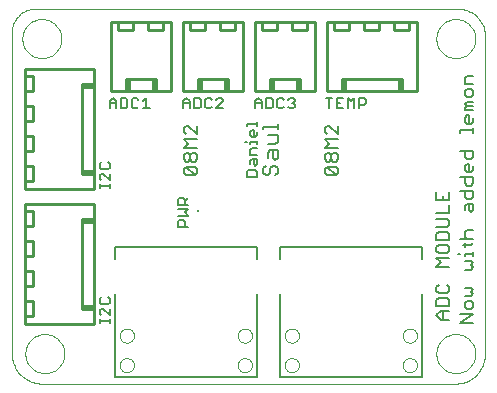
<source format=gto>
G75*
G70*
%OFA0B0*%
%FSLAX24Y24*%
%IPPOS*%
%LPD*%
%AMOC8*
5,1,8,0,0,1.08239X$1,22.5*
%
%ADD10C,0.0000*%
%ADD11C,0.0070*%
%ADD12C,0.0060*%
%ADD13C,0.0080*%
%ADD14C,0.0050*%
%ADD15C,0.0100*%
%ADD16R,0.0098X0.0098*%
D10*
X001511Y001099D02*
X015304Y001099D01*
X015365Y001101D01*
X015426Y001107D01*
X015487Y001116D01*
X015547Y001130D01*
X015606Y001147D01*
X015663Y001168D01*
X015720Y001192D01*
X015774Y001220D01*
X015827Y001251D01*
X015878Y001285D01*
X015926Y001323D01*
X015972Y001364D01*
X016015Y001407D01*
X016056Y001453D01*
X016094Y001501D01*
X016128Y001552D01*
X016159Y001605D01*
X016187Y001659D01*
X016211Y001716D01*
X016232Y001773D01*
X016249Y001832D01*
X016263Y001892D01*
X016272Y001953D01*
X016278Y002014D01*
X016280Y002075D01*
X016281Y002075D02*
X016281Y012695D01*
X016279Y012754D01*
X016273Y012812D01*
X016264Y012871D01*
X016250Y012928D01*
X016233Y012984D01*
X016212Y013039D01*
X016188Y013093D01*
X016160Y013145D01*
X016129Y013195D01*
X016095Y013243D01*
X016058Y013288D01*
X016017Y013331D01*
X015974Y013372D01*
X015929Y013409D01*
X015881Y013443D01*
X015831Y013474D01*
X015779Y013502D01*
X015725Y013526D01*
X015670Y013547D01*
X015614Y013564D01*
X015557Y013578D01*
X015498Y013587D01*
X015440Y013593D01*
X015381Y013595D01*
X001289Y013595D01*
X001289Y013596D02*
X001233Y013594D01*
X001178Y013588D01*
X001123Y013578D01*
X001070Y013564D01*
X001017Y013547D01*
X000965Y013526D01*
X000916Y013501D01*
X000868Y013472D01*
X000822Y013441D01*
X000779Y013406D01*
X000738Y013368D01*
X000700Y013327D01*
X000665Y013284D01*
X000634Y013238D01*
X000605Y013190D01*
X000580Y013141D01*
X000559Y013089D01*
X000542Y013036D01*
X000528Y012983D01*
X000518Y012928D01*
X000512Y012873D01*
X000510Y012817D01*
X000511Y012817D02*
X000511Y002099D01*
X000513Y002039D01*
X000518Y001978D01*
X000527Y001919D01*
X000540Y001860D01*
X000556Y001801D01*
X000576Y001744D01*
X000599Y001689D01*
X000626Y001634D01*
X000655Y001582D01*
X000688Y001531D01*
X000724Y001482D01*
X000762Y001436D01*
X000804Y001392D01*
X000848Y001350D01*
X000894Y001312D01*
X000943Y001276D01*
X000994Y001243D01*
X001046Y001214D01*
X001101Y001187D01*
X001156Y001164D01*
X001213Y001144D01*
X001272Y001128D01*
X001331Y001115D01*
X001390Y001106D01*
X001451Y001101D01*
X001511Y001099D01*
X000961Y002099D02*
X000963Y002149D01*
X000969Y002199D01*
X000979Y002249D01*
X000992Y002297D01*
X001009Y002345D01*
X001030Y002391D01*
X001054Y002435D01*
X001082Y002477D01*
X001113Y002517D01*
X001147Y002554D01*
X001184Y002589D01*
X001223Y002620D01*
X001264Y002649D01*
X001308Y002674D01*
X001354Y002696D01*
X001401Y002714D01*
X001449Y002728D01*
X001498Y002739D01*
X001548Y002746D01*
X001598Y002749D01*
X001649Y002748D01*
X001699Y002743D01*
X001749Y002734D01*
X001797Y002722D01*
X001845Y002705D01*
X001891Y002685D01*
X001936Y002662D01*
X001979Y002635D01*
X002019Y002605D01*
X002057Y002572D01*
X002092Y002536D01*
X002125Y002497D01*
X002154Y002456D01*
X002180Y002413D01*
X002203Y002368D01*
X002222Y002321D01*
X002237Y002273D01*
X002249Y002224D01*
X002257Y002174D01*
X002261Y002124D01*
X002261Y002074D01*
X002257Y002024D01*
X002249Y001974D01*
X002237Y001925D01*
X002222Y001877D01*
X002203Y001830D01*
X002180Y001785D01*
X002154Y001742D01*
X002125Y001701D01*
X002092Y001662D01*
X002057Y001626D01*
X002019Y001593D01*
X001979Y001563D01*
X001936Y001536D01*
X001891Y001513D01*
X001845Y001493D01*
X001797Y001476D01*
X001749Y001464D01*
X001699Y001455D01*
X001649Y001450D01*
X001598Y001449D01*
X001548Y001452D01*
X001498Y001459D01*
X001449Y001470D01*
X001401Y001484D01*
X001354Y001502D01*
X001308Y001524D01*
X001264Y001549D01*
X001223Y001578D01*
X001184Y001609D01*
X001147Y001644D01*
X001113Y001681D01*
X001082Y001721D01*
X001054Y001763D01*
X001030Y001807D01*
X001009Y001853D01*
X000992Y001901D01*
X000979Y001949D01*
X000969Y001999D01*
X000963Y002049D01*
X000961Y002099D01*
X004106Y001715D02*
X004108Y001745D01*
X004114Y001775D01*
X004123Y001804D01*
X004136Y001831D01*
X004153Y001856D01*
X004172Y001879D01*
X004195Y001900D01*
X004220Y001917D01*
X004246Y001931D01*
X004275Y001941D01*
X004304Y001948D01*
X004334Y001951D01*
X004365Y001950D01*
X004395Y001945D01*
X004424Y001936D01*
X004451Y001924D01*
X004477Y001909D01*
X004501Y001890D01*
X004522Y001868D01*
X004540Y001844D01*
X004555Y001817D01*
X004566Y001789D01*
X004574Y001760D01*
X004578Y001730D01*
X004578Y001700D01*
X004574Y001670D01*
X004566Y001641D01*
X004555Y001613D01*
X004540Y001586D01*
X004522Y001562D01*
X004501Y001540D01*
X004477Y001521D01*
X004451Y001506D01*
X004424Y001494D01*
X004395Y001485D01*
X004365Y001480D01*
X004334Y001479D01*
X004304Y001482D01*
X004275Y001489D01*
X004246Y001499D01*
X004220Y001513D01*
X004195Y001530D01*
X004172Y001551D01*
X004153Y001574D01*
X004136Y001599D01*
X004123Y001626D01*
X004114Y001655D01*
X004108Y001685D01*
X004106Y001715D01*
X004106Y002699D02*
X004108Y002729D01*
X004114Y002759D01*
X004123Y002788D01*
X004136Y002815D01*
X004153Y002840D01*
X004172Y002863D01*
X004195Y002884D01*
X004220Y002901D01*
X004246Y002915D01*
X004275Y002925D01*
X004304Y002932D01*
X004334Y002935D01*
X004365Y002934D01*
X004395Y002929D01*
X004424Y002920D01*
X004451Y002908D01*
X004477Y002893D01*
X004501Y002874D01*
X004522Y002852D01*
X004540Y002828D01*
X004555Y002801D01*
X004566Y002773D01*
X004574Y002744D01*
X004578Y002714D01*
X004578Y002684D01*
X004574Y002654D01*
X004566Y002625D01*
X004555Y002597D01*
X004540Y002570D01*
X004522Y002546D01*
X004501Y002524D01*
X004477Y002505D01*
X004451Y002490D01*
X004424Y002478D01*
X004395Y002469D01*
X004365Y002464D01*
X004334Y002463D01*
X004304Y002466D01*
X004275Y002473D01*
X004246Y002483D01*
X004220Y002497D01*
X004195Y002514D01*
X004172Y002535D01*
X004153Y002558D01*
X004136Y002583D01*
X004123Y002610D01*
X004114Y002639D01*
X004108Y002669D01*
X004106Y002699D01*
X008043Y002699D02*
X008045Y002729D01*
X008051Y002759D01*
X008060Y002788D01*
X008073Y002815D01*
X008090Y002840D01*
X008109Y002863D01*
X008132Y002884D01*
X008157Y002901D01*
X008183Y002915D01*
X008212Y002925D01*
X008241Y002932D01*
X008271Y002935D01*
X008302Y002934D01*
X008332Y002929D01*
X008361Y002920D01*
X008388Y002908D01*
X008414Y002893D01*
X008438Y002874D01*
X008459Y002852D01*
X008477Y002828D01*
X008492Y002801D01*
X008503Y002773D01*
X008511Y002744D01*
X008515Y002714D01*
X008515Y002684D01*
X008511Y002654D01*
X008503Y002625D01*
X008492Y002597D01*
X008477Y002570D01*
X008459Y002546D01*
X008438Y002524D01*
X008414Y002505D01*
X008388Y002490D01*
X008361Y002478D01*
X008332Y002469D01*
X008302Y002464D01*
X008271Y002463D01*
X008241Y002466D01*
X008212Y002473D01*
X008183Y002483D01*
X008157Y002497D01*
X008132Y002514D01*
X008109Y002535D01*
X008090Y002558D01*
X008073Y002583D01*
X008060Y002610D01*
X008051Y002639D01*
X008045Y002669D01*
X008043Y002699D01*
X008043Y001715D02*
X008045Y001745D01*
X008051Y001775D01*
X008060Y001804D01*
X008073Y001831D01*
X008090Y001856D01*
X008109Y001879D01*
X008132Y001900D01*
X008157Y001917D01*
X008183Y001931D01*
X008212Y001941D01*
X008241Y001948D01*
X008271Y001951D01*
X008302Y001950D01*
X008332Y001945D01*
X008361Y001936D01*
X008388Y001924D01*
X008414Y001909D01*
X008438Y001890D01*
X008459Y001868D01*
X008477Y001844D01*
X008492Y001817D01*
X008503Y001789D01*
X008511Y001760D01*
X008515Y001730D01*
X008515Y001700D01*
X008511Y001670D01*
X008503Y001641D01*
X008492Y001613D01*
X008477Y001586D01*
X008459Y001562D01*
X008438Y001540D01*
X008414Y001521D01*
X008388Y001506D01*
X008361Y001494D01*
X008332Y001485D01*
X008302Y001480D01*
X008271Y001479D01*
X008241Y001482D01*
X008212Y001489D01*
X008183Y001499D01*
X008157Y001513D01*
X008132Y001530D01*
X008109Y001551D01*
X008090Y001574D01*
X008073Y001599D01*
X008060Y001626D01*
X008051Y001655D01*
X008045Y001685D01*
X008043Y001715D01*
X009606Y001715D02*
X009608Y001745D01*
X009614Y001775D01*
X009623Y001804D01*
X009636Y001831D01*
X009653Y001856D01*
X009672Y001879D01*
X009695Y001900D01*
X009720Y001917D01*
X009746Y001931D01*
X009775Y001941D01*
X009804Y001948D01*
X009834Y001951D01*
X009865Y001950D01*
X009895Y001945D01*
X009924Y001936D01*
X009951Y001924D01*
X009977Y001909D01*
X010001Y001890D01*
X010022Y001868D01*
X010040Y001844D01*
X010055Y001817D01*
X010066Y001789D01*
X010074Y001760D01*
X010078Y001730D01*
X010078Y001700D01*
X010074Y001670D01*
X010066Y001641D01*
X010055Y001613D01*
X010040Y001586D01*
X010022Y001562D01*
X010001Y001540D01*
X009977Y001521D01*
X009951Y001506D01*
X009924Y001494D01*
X009895Y001485D01*
X009865Y001480D01*
X009834Y001479D01*
X009804Y001482D01*
X009775Y001489D01*
X009746Y001499D01*
X009720Y001513D01*
X009695Y001530D01*
X009672Y001551D01*
X009653Y001574D01*
X009636Y001599D01*
X009623Y001626D01*
X009614Y001655D01*
X009608Y001685D01*
X009606Y001715D01*
X009606Y002699D02*
X009608Y002729D01*
X009614Y002759D01*
X009623Y002788D01*
X009636Y002815D01*
X009653Y002840D01*
X009672Y002863D01*
X009695Y002884D01*
X009720Y002901D01*
X009746Y002915D01*
X009775Y002925D01*
X009804Y002932D01*
X009834Y002935D01*
X009865Y002934D01*
X009895Y002929D01*
X009924Y002920D01*
X009951Y002908D01*
X009977Y002893D01*
X010001Y002874D01*
X010022Y002852D01*
X010040Y002828D01*
X010055Y002801D01*
X010066Y002773D01*
X010074Y002744D01*
X010078Y002714D01*
X010078Y002684D01*
X010074Y002654D01*
X010066Y002625D01*
X010055Y002597D01*
X010040Y002570D01*
X010022Y002546D01*
X010001Y002524D01*
X009977Y002505D01*
X009951Y002490D01*
X009924Y002478D01*
X009895Y002469D01*
X009865Y002464D01*
X009834Y002463D01*
X009804Y002466D01*
X009775Y002473D01*
X009746Y002483D01*
X009720Y002497D01*
X009695Y002514D01*
X009672Y002535D01*
X009653Y002558D01*
X009636Y002583D01*
X009623Y002610D01*
X009614Y002639D01*
X009608Y002669D01*
X009606Y002699D01*
X013543Y002699D02*
X013545Y002729D01*
X013551Y002759D01*
X013560Y002788D01*
X013573Y002815D01*
X013590Y002840D01*
X013609Y002863D01*
X013632Y002884D01*
X013657Y002901D01*
X013683Y002915D01*
X013712Y002925D01*
X013741Y002932D01*
X013771Y002935D01*
X013802Y002934D01*
X013832Y002929D01*
X013861Y002920D01*
X013888Y002908D01*
X013914Y002893D01*
X013938Y002874D01*
X013959Y002852D01*
X013977Y002828D01*
X013992Y002801D01*
X014003Y002773D01*
X014011Y002744D01*
X014015Y002714D01*
X014015Y002684D01*
X014011Y002654D01*
X014003Y002625D01*
X013992Y002597D01*
X013977Y002570D01*
X013959Y002546D01*
X013938Y002524D01*
X013914Y002505D01*
X013888Y002490D01*
X013861Y002478D01*
X013832Y002469D01*
X013802Y002464D01*
X013771Y002463D01*
X013741Y002466D01*
X013712Y002473D01*
X013683Y002483D01*
X013657Y002497D01*
X013632Y002514D01*
X013609Y002535D01*
X013590Y002558D01*
X013573Y002583D01*
X013560Y002610D01*
X013551Y002639D01*
X013545Y002669D01*
X013543Y002699D01*
X013543Y001715D02*
X013545Y001745D01*
X013551Y001775D01*
X013560Y001804D01*
X013573Y001831D01*
X013590Y001856D01*
X013609Y001879D01*
X013632Y001900D01*
X013657Y001917D01*
X013683Y001931D01*
X013712Y001941D01*
X013741Y001948D01*
X013771Y001951D01*
X013802Y001950D01*
X013832Y001945D01*
X013861Y001936D01*
X013888Y001924D01*
X013914Y001909D01*
X013938Y001890D01*
X013959Y001868D01*
X013977Y001844D01*
X013992Y001817D01*
X014003Y001789D01*
X014011Y001760D01*
X014015Y001730D01*
X014015Y001700D01*
X014011Y001670D01*
X014003Y001641D01*
X013992Y001613D01*
X013977Y001586D01*
X013959Y001562D01*
X013938Y001540D01*
X013914Y001521D01*
X013888Y001506D01*
X013861Y001494D01*
X013832Y001485D01*
X013802Y001480D01*
X013771Y001479D01*
X013741Y001482D01*
X013712Y001489D01*
X013683Y001499D01*
X013657Y001513D01*
X013632Y001530D01*
X013609Y001551D01*
X013590Y001574D01*
X013573Y001599D01*
X013560Y001626D01*
X013551Y001655D01*
X013545Y001685D01*
X013543Y001715D01*
X014661Y002099D02*
X014663Y002149D01*
X014669Y002199D01*
X014679Y002249D01*
X014692Y002297D01*
X014709Y002345D01*
X014730Y002391D01*
X014754Y002435D01*
X014782Y002477D01*
X014813Y002517D01*
X014847Y002554D01*
X014884Y002589D01*
X014923Y002620D01*
X014964Y002649D01*
X015008Y002674D01*
X015054Y002696D01*
X015101Y002714D01*
X015149Y002728D01*
X015198Y002739D01*
X015248Y002746D01*
X015298Y002749D01*
X015349Y002748D01*
X015399Y002743D01*
X015449Y002734D01*
X015497Y002722D01*
X015545Y002705D01*
X015591Y002685D01*
X015636Y002662D01*
X015679Y002635D01*
X015719Y002605D01*
X015757Y002572D01*
X015792Y002536D01*
X015825Y002497D01*
X015854Y002456D01*
X015880Y002413D01*
X015903Y002368D01*
X015922Y002321D01*
X015937Y002273D01*
X015949Y002224D01*
X015957Y002174D01*
X015961Y002124D01*
X015961Y002074D01*
X015957Y002024D01*
X015949Y001974D01*
X015937Y001925D01*
X015922Y001877D01*
X015903Y001830D01*
X015880Y001785D01*
X015854Y001742D01*
X015825Y001701D01*
X015792Y001662D01*
X015757Y001626D01*
X015719Y001593D01*
X015679Y001563D01*
X015636Y001536D01*
X015591Y001513D01*
X015545Y001493D01*
X015497Y001476D01*
X015449Y001464D01*
X015399Y001455D01*
X015349Y001450D01*
X015298Y001449D01*
X015248Y001452D01*
X015198Y001459D01*
X015149Y001470D01*
X015101Y001484D01*
X015054Y001502D01*
X015008Y001524D01*
X014964Y001549D01*
X014923Y001578D01*
X014884Y001609D01*
X014847Y001644D01*
X014813Y001681D01*
X014782Y001721D01*
X014754Y001763D01*
X014730Y001807D01*
X014709Y001853D01*
X014692Y001901D01*
X014679Y001949D01*
X014669Y001999D01*
X014663Y002049D01*
X014661Y002099D01*
X014661Y012599D02*
X014663Y012649D01*
X014669Y012699D01*
X014679Y012749D01*
X014692Y012797D01*
X014709Y012845D01*
X014730Y012891D01*
X014754Y012935D01*
X014782Y012977D01*
X014813Y013017D01*
X014847Y013054D01*
X014884Y013089D01*
X014923Y013120D01*
X014964Y013149D01*
X015008Y013174D01*
X015054Y013196D01*
X015101Y013214D01*
X015149Y013228D01*
X015198Y013239D01*
X015248Y013246D01*
X015298Y013249D01*
X015349Y013248D01*
X015399Y013243D01*
X015449Y013234D01*
X015497Y013222D01*
X015545Y013205D01*
X015591Y013185D01*
X015636Y013162D01*
X015679Y013135D01*
X015719Y013105D01*
X015757Y013072D01*
X015792Y013036D01*
X015825Y012997D01*
X015854Y012956D01*
X015880Y012913D01*
X015903Y012868D01*
X015922Y012821D01*
X015937Y012773D01*
X015949Y012724D01*
X015957Y012674D01*
X015961Y012624D01*
X015961Y012574D01*
X015957Y012524D01*
X015949Y012474D01*
X015937Y012425D01*
X015922Y012377D01*
X015903Y012330D01*
X015880Y012285D01*
X015854Y012242D01*
X015825Y012201D01*
X015792Y012162D01*
X015757Y012126D01*
X015719Y012093D01*
X015679Y012063D01*
X015636Y012036D01*
X015591Y012013D01*
X015545Y011993D01*
X015497Y011976D01*
X015449Y011964D01*
X015399Y011955D01*
X015349Y011950D01*
X015298Y011949D01*
X015248Y011952D01*
X015198Y011959D01*
X015149Y011970D01*
X015101Y011984D01*
X015054Y012002D01*
X015008Y012024D01*
X014964Y012049D01*
X014923Y012078D01*
X014884Y012109D01*
X014847Y012144D01*
X014813Y012181D01*
X014782Y012221D01*
X014754Y012263D01*
X014730Y012307D01*
X014709Y012353D01*
X014692Y012401D01*
X014679Y012449D01*
X014669Y012499D01*
X014663Y012549D01*
X014661Y012599D01*
X000861Y012599D02*
X000863Y012649D01*
X000869Y012699D01*
X000879Y012749D01*
X000892Y012797D01*
X000909Y012845D01*
X000930Y012891D01*
X000954Y012935D01*
X000982Y012977D01*
X001013Y013017D01*
X001047Y013054D01*
X001084Y013089D01*
X001123Y013120D01*
X001164Y013149D01*
X001208Y013174D01*
X001254Y013196D01*
X001301Y013214D01*
X001349Y013228D01*
X001398Y013239D01*
X001448Y013246D01*
X001498Y013249D01*
X001549Y013248D01*
X001599Y013243D01*
X001649Y013234D01*
X001697Y013222D01*
X001745Y013205D01*
X001791Y013185D01*
X001836Y013162D01*
X001879Y013135D01*
X001919Y013105D01*
X001957Y013072D01*
X001992Y013036D01*
X002025Y012997D01*
X002054Y012956D01*
X002080Y012913D01*
X002103Y012868D01*
X002122Y012821D01*
X002137Y012773D01*
X002149Y012724D01*
X002157Y012674D01*
X002161Y012624D01*
X002161Y012574D01*
X002157Y012524D01*
X002149Y012474D01*
X002137Y012425D01*
X002122Y012377D01*
X002103Y012330D01*
X002080Y012285D01*
X002054Y012242D01*
X002025Y012201D01*
X001992Y012162D01*
X001957Y012126D01*
X001919Y012093D01*
X001879Y012063D01*
X001836Y012036D01*
X001791Y012013D01*
X001745Y011993D01*
X001697Y011976D01*
X001649Y011964D01*
X001599Y011955D01*
X001549Y011950D01*
X001498Y011949D01*
X001448Y011952D01*
X001398Y011959D01*
X001349Y011970D01*
X001301Y011984D01*
X001254Y012002D01*
X001208Y012024D01*
X001164Y012049D01*
X001123Y012078D01*
X001084Y012109D01*
X001047Y012144D01*
X001013Y012181D01*
X000982Y012221D01*
X000954Y012263D01*
X000930Y012307D01*
X000909Y012353D01*
X000892Y012401D01*
X000879Y012449D01*
X000869Y012499D01*
X000863Y012549D01*
X000861Y012599D01*
D11*
X014665Y007485D02*
X014665Y007212D01*
X015076Y007212D01*
X015076Y007485D01*
X014870Y007349D02*
X014870Y007212D01*
X015076Y007043D02*
X015076Y006770D01*
X014665Y006770D01*
X014665Y006601D02*
X015007Y006601D01*
X015076Y006533D01*
X015076Y006396D01*
X015007Y006328D01*
X014665Y006328D01*
X014734Y006159D02*
X014665Y006091D01*
X014665Y005886D01*
X015076Y005886D01*
X015076Y006091D01*
X015007Y006159D01*
X014734Y006159D01*
X014734Y005718D02*
X014665Y005649D01*
X014665Y005512D01*
X014734Y005444D01*
X015007Y005444D01*
X015076Y005512D01*
X015076Y005649D01*
X015007Y005718D01*
X014734Y005718D01*
X014665Y005276D02*
X015076Y005276D01*
X015076Y005002D02*
X014665Y005002D01*
X014802Y005139D01*
X014665Y005276D01*
X015397Y005412D02*
X015465Y005412D01*
X015602Y005412D02*
X015602Y005344D01*
X015602Y005412D02*
X015876Y005412D01*
X015876Y005344D02*
X015876Y005481D01*
X015807Y005707D02*
X015876Y005775D01*
X015807Y005707D02*
X015534Y005707D01*
X015602Y005639D02*
X015602Y005775D01*
X015670Y005933D02*
X015602Y006002D01*
X015602Y006138D01*
X015670Y006207D01*
X015876Y006207D01*
X015876Y005933D02*
X015465Y005933D01*
X015602Y005176D02*
X015807Y005176D01*
X015876Y005107D01*
X015807Y005039D01*
X015876Y004970D01*
X015807Y004902D01*
X015602Y004902D01*
X015602Y004292D02*
X015807Y004292D01*
X015876Y004223D01*
X015807Y004155D01*
X015876Y004086D01*
X015807Y004018D01*
X015602Y004018D01*
X015670Y003850D02*
X015602Y003781D01*
X015602Y003644D01*
X015670Y003576D01*
X015807Y003576D01*
X015876Y003644D01*
X015876Y003781D01*
X015807Y003850D01*
X015670Y003850D01*
X015876Y003408D02*
X015465Y003408D01*
X015465Y003134D02*
X015876Y003408D01*
X015876Y003134D02*
X015465Y003134D01*
X015076Y003234D02*
X014802Y003234D01*
X014665Y003371D01*
X014802Y003508D01*
X015076Y003508D01*
X015076Y003676D02*
X015076Y003881D01*
X015007Y003950D01*
X014734Y003950D01*
X014665Y003881D01*
X014665Y003676D01*
X015076Y003676D01*
X014870Y003508D02*
X014870Y003234D01*
X014734Y004118D02*
X014665Y004186D01*
X014665Y004323D01*
X014734Y004392D01*
X015007Y004392D02*
X015076Y004323D01*
X015076Y004186D01*
X015007Y004118D01*
X014734Y004118D01*
X015602Y006886D02*
X015602Y007022D01*
X015670Y007091D01*
X015876Y007091D01*
X015876Y006886D01*
X015807Y006817D01*
X015739Y006886D01*
X015739Y007091D01*
X015807Y007259D02*
X015670Y007259D01*
X015602Y007328D01*
X015602Y007533D01*
X015465Y007533D02*
X015876Y007533D01*
X015876Y007328D01*
X015807Y007259D01*
X015807Y007701D02*
X015670Y007701D01*
X015602Y007770D01*
X015602Y007975D01*
X015465Y007975D02*
X015876Y007975D01*
X015876Y007770D01*
X015807Y007701D01*
X015807Y008143D02*
X015670Y008143D01*
X015602Y008212D01*
X015602Y008348D01*
X015670Y008417D01*
X015739Y008417D01*
X015739Y008143D01*
X015807Y008143D02*
X015876Y008212D01*
X015876Y008348D01*
X015807Y008585D02*
X015670Y008585D01*
X015602Y008653D01*
X015602Y008859D01*
X015465Y008859D02*
X015876Y008859D01*
X015876Y008653D01*
X015807Y008585D01*
X015876Y009469D02*
X015876Y009606D01*
X015876Y009537D02*
X015465Y009537D01*
X015465Y009469D01*
X015670Y009764D02*
X015602Y009832D01*
X015602Y009969D01*
X015670Y010037D01*
X015739Y010037D01*
X015739Y009764D01*
X015807Y009764D02*
X015670Y009764D01*
X015807Y009764D02*
X015876Y009832D01*
X015876Y009969D01*
X015876Y010206D02*
X015602Y010206D01*
X015602Y010274D01*
X015670Y010342D01*
X015602Y010411D01*
X015670Y010479D01*
X015876Y010479D01*
X015876Y010342D02*
X015670Y010342D01*
X015670Y010648D02*
X015807Y010648D01*
X015876Y010716D01*
X015876Y010853D01*
X015807Y010921D01*
X015670Y010921D01*
X015602Y010853D01*
X015602Y010716D01*
X015670Y010648D01*
X015602Y011090D02*
X015602Y011295D01*
X015670Y011363D01*
X015876Y011363D01*
X015876Y011090D02*
X015602Y011090D01*
D12*
X012299Y010563D02*
X012299Y010449D01*
X012242Y010392D01*
X012072Y010392D01*
X012072Y010279D02*
X012072Y010619D01*
X012242Y010619D01*
X012299Y010563D01*
X011931Y010619D02*
X011931Y010279D01*
X011704Y010279D02*
X011704Y010619D01*
X011817Y010506D01*
X011931Y010619D01*
X011563Y010619D02*
X011336Y010619D01*
X011336Y010279D01*
X011563Y010279D01*
X011449Y010449D02*
X011336Y010449D01*
X011194Y010619D02*
X010967Y010619D01*
X011081Y010619D02*
X011081Y010279D01*
X009949Y010336D02*
X009892Y010279D01*
X009779Y010279D01*
X009722Y010336D01*
X009581Y010336D02*
X009524Y010279D01*
X009411Y010279D01*
X009354Y010336D01*
X009354Y010563D01*
X009411Y010619D01*
X009524Y010619D01*
X009581Y010563D01*
X009722Y010563D02*
X009779Y010619D01*
X009892Y010619D01*
X009949Y010563D01*
X009949Y010506D01*
X009892Y010449D01*
X009949Y010392D01*
X009949Y010336D01*
X009892Y010449D02*
X009836Y010449D01*
X009213Y010336D02*
X009156Y010279D01*
X008986Y010279D01*
X008986Y010619D01*
X009156Y010619D01*
X009213Y010563D01*
X009213Y010336D01*
X008844Y010279D02*
X008844Y010506D01*
X008731Y010619D01*
X008617Y010506D01*
X008617Y010279D01*
X008617Y010449D02*
X008844Y010449D01*
X008681Y009811D02*
X008681Y009698D01*
X008681Y009755D02*
X008340Y009755D01*
X008340Y009698D01*
X008510Y009556D02*
X008567Y009556D01*
X008567Y009330D01*
X008510Y009330D02*
X008454Y009386D01*
X008454Y009500D01*
X008510Y009556D01*
X008681Y009500D02*
X008681Y009386D01*
X008624Y009330D01*
X008510Y009330D01*
X008681Y009197D02*
X008681Y009084D01*
X008681Y009141D02*
X008454Y009141D01*
X008454Y009084D01*
X008340Y009141D02*
X008284Y009141D01*
X008510Y008943D02*
X008681Y008943D01*
X008510Y008943D02*
X008454Y008886D01*
X008454Y008716D01*
X008681Y008716D01*
X008681Y008574D02*
X008510Y008574D01*
X008454Y008518D01*
X008454Y008404D01*
X008567Y008404D02*
X008567Y008574D01*
X008681Y008574D02*
X008681Y008404D01*
X008624Y008347D01*
X008567Y008404D01*
X008624Y008206D02*
X008397Y008206D01*
X008340Y008149D01*
X008340Y007979D01*
X008681Y007979D01*
X008681Y008149D01*
X008624Y008206D01*
X007549Y010279D02*
X007322Y010279D01*
X007549Y010506D01*
X007549Y010563D01*
X007492Y010619D01*
X007379Y010619D01*
X007322Y010563D01*
X007181Y010563D02*
X007124Y010619D01*
X007011Y010619D01*
X006954Y010563D01*
X006954Y010336D01*
X007011Y010279D01*
X007124Y010279D01*
X007181Y010336D01*
X006813Y010336D02*
X006813Y010563D01*
X006756Y010619D01*
X006586Y010619D01*
X006586Y010279D01*
X006756Y010279D01*
X006813Y010336D01*
X006444Y010279D02*
X006444Y010506D01*
X006331Y010619D01*
X006217Y010506D01*
X006217Y010279D01*
X006217Y010449D02*
X006444Y010449D01*
X005099Y010279D02*
X004872Y010279D01*
X004986Y010279D02*
X004986Y010619D01*
X004872Y010506D01*
X004731Y010563D02*
X004674Y010619D01*
X004561Y010619D01*
X004504Y010563D01*
X004504Y010336D01*
X004561Y010279D01*
X004674Y010279D01*
X004731Y010336D01*
X004363Y010336D02*
X004306Y010279D01*
X004136Y010279D01*
X004136Y010619D01*
X004306Y010619D01*
X004363Y010563D01*
X004363Y010336D01*
X003994Y010279D02*
X003994Y010506D01*
X003881Y010619D01*
X003767Y010506D01*
X003767Y010279D01*
X003767Y010449D02*
X003994Y010449D01*
X003724Y008470D02*
X003781Y008413D01*
X003781Y008300D01*
X003724Y008243D01*
X003497Y008243D01*
X003440Y008300D01*
X003440Y008413D01*
X003497Y008470D01*
X003497Y008101D02*
X003440Y008045D01*
X003440Y007931D01*
X003497Y007875D01*
X003440Y007742D02*
X003440Y007629D01*
X003440Y007686D02*
X003781Y007686D01*
X003781Y007742D02*
X003781Y007629D01*
X003781Y007875D02*
X003554Y008101D01*
X003497Y008101D01*
X003781Y008101D02*
X003781Y007875D01*
X006040Y007236D02*
X006040Y007066D01*
X006381Y007066D01*
X006267Y007066D02*
X006267Y007236D01*
X006210Y007293D01*
X006097Y007293D01*
X006040Y007236D01*
X006267Y007179D02*
X006381Y007293D01*
X006381Y006924D02*
X006040Y006924D01*
X006267Y006811D02*
X006381Y006924D01*
X006267Y006811D02*
X006381Y006697D01*
X006040Y006697D01*
X006097Y006556D02*
X006210Y006556D01*
X006267Y006499D01*
X006267Y006329D01*
X006381Y006329D02*
X006040Y006329D01*
X006040Y006499D01*
X006097Y006556D01*
X003724Y003970D02*
X003781Y003913D01*
X003781Y003800D01*
X003724Y003743D01*
X003497Y003743D01*
X003440Y003800D01*
X003440Y003913D01*
X003497Y003970D01*
X003497Y003601D02*
X003440Y003545D01*
X003440Y003431D01*
X003497Y003375D01*
X003440Y003242D02*
X003440Y003129D01*
X003440Y003186D02*
X003781Y003186D01*
X003781Y003242D02*
X003781Y003129D01*
X003781Y003375D02*
X003554Y003601D01*
X003497Y003601D01*
X003781Y003601D02*
X003781Y003375D01*
D13*
X003948Y004077D02*
X003948Y001321D01*
X008673Y001321D01*
X008673Y004077D01*
X009448Y004077D02*
X009448Y001321D01*
X014173Y001321D01*
X014173Y004077D01*
X014173Y005258D02*
X014173Y005652D01*
X009448Y005652D01*
X009448Y005258D01*
X008673Y005258D02*
X008673Y005652D01*
X003948Y005652D01*
X003948Y005258D01*
X006320Y008039D02*
X006250Y008109D01*
X006250Y008249D01*
X006320Y008319D01*
X006601Y008039D01*
X006671Y008109D01*
X006671Y008249D01*
X006601Y008319D01*
X006320Y008319D01*
X006320Y008499D02*
X006250Y008570D01*
X006250Y008710D01*
X006320Y008780D01*
X006390Y008780D01*
X006460Y008710D01*
X006460Y008570D01*
X006390Y008499D01*
X006320Y008499D01*
X006460Y008570D02*
X006530Y008499D01*
X006601Y008499D01*
X006671Y008570D01*
X006671Y008710D01*
X006601Y008780D01*
X006530Y008780D01*
X006460Y008710D01*
X006250Y008960D02*
X006390Y009100D01*
X006250Y009240D01*
X006671Y009240D01*
X006671Y009420D02*
X006390Y009700D01*
X006320Y009700D01*
X006250Y009630D01*
X006250Y009490D01*
X006320Y009420D01*
X006671Y009420D02*
X006671Y009700D01*
X006671Y008960D02*
X006250Y008960D01*
X006320Y008039D02*
X006601Y008039D01*
X008890Y008119D02*
X008970Y008039D01*
X009050Y008039D01*
X009130Y008119D01*
X009130Y008279D01*
X009210Y008359D01*
X009291Y008359D01*
X009371Y008279D01*
X009371Y008119D01*
X009291Y008039D01*
X008890Y008119D02*
X008890Y008279D01*
X008970Y008359D01*
X009050Y008635D02*
X009050Y008795D01*
X009130Y008875D01*
X009371Y008875D01*
X009371Y008635D01*
X009291Y008555D01*
X009210Y008635D01*
X009210Y008875D01*
X009291Y009070D02*
X009050Y009070D01*
X009291Y009070D02*
X009371Y009150D01*
X009371Y009391D01*
X009050Y009391D01*
X008890Y009586D02*
X008890Y009666D01*
X009371Y009666D01*
X009371Y009586D02*
X009371Y009746D01*
X010950Y009630D02*
X010950Y009490D01*
X011020Y009420D01*
X010950Y009240D02*
X011371Y009240D01*
X011371Y009420D02*
X011090Y009700D01*
X011020Y009700D01*
X010950Y009630D01*
X011371Y009700D02*
X011371Y009420D01*
X011090Y009100D02*
X010950Y009240D01*
X011090Y009100D02*
X010950Y008960D01*
X011371Y008960D01*
X011301Y008780D02*
X011230Y008780D01*
X011160Y008710D01*
X011160Y008570D01*
X011090Y008499D01*
X011020Y008499D01*
X010950Y008570D01*
X010950Y008710D01*
X011020Y008780D01*
X011090Y008780D01*
X011160Y008710D01*
X011160Y008570D02*
X011230Y008499D01*
X011301Y008499D01*
X011371Y008570D01*
X011371Y008710D01*
X011301Y008780D01*
X011301Y008319D02*
X011020Y008319D01*
X011301Y008039D01*
X011371Y008109D01*
X011371Y008249D01*
X011301Y008319D01*
X011301Y008039D02*
X011020Y008039D01*
X010950Y008109D01*
X010950Y008249D01*
X011020Y008319D01*
D14*
X010111Y010849D02*
X010011Y010849D01*
X010111Y010849D02*
X010111Y010999D01*
X007711Y010999D02*
X007711Y010849D01*
X007611Y010849D01*
X005311Y010849D02*
X005211Y010849D01*
X005311Y010849D02*
X005311Y010999D01*
X003261Y010999D02*
X003261Y011099D01*
X003111Y011099D01*
X003811Y013149D02*
X004061Y013149D01*
X004561Y013149D02*
X004811Y013149D01*
X005561Y013149D02*
X005711Y013149D01*
X006211Y013149D02*
X006461Y013149D01*
X006961Y013149D02*
X007211Y013149D01*
X007961Y013149D02*
X008111Y013149D01*
X008611Y013149D02*
X008861Y013149D01*
X009361Y013149D02*
X009611Y013149D01*
X010361Y013149D02*
X010511Y013149D01*
X012761Y013149D02*
X013011Y013149D01*
X013511Y010999D02*
X013511Y010849D01*
X013411Y010849D01*
X003261Y006599D02*
X003261Y006499D01*
X003261Y006599D02*
X003111Y006599D01*
D15*
X003261Y006599D02*
X002861Y006599D01*
X002861Y006499D01*
X003261Y006499D01*
X003261Y006599D02*
X003261Y006099D01*
X003261Y003099D01*
X002111Y003099D01*
X000961Y003099D01*
X000961Y003349D01*
X001211Y003349D01*
X001211Y003849D01*
X000961Y003849D01*
X000961Y004349D01*
X001211Y004349D01*
X001211Y004849D01*
X000961Y004849D01*
X000961Y005349D01*
X000961Y006849D01*
X001211Y006849D01*
X001211Y006349D01*
X000961Y006349D01*
X000961Y005849D01*
X001211Y005849D01*
X001211Y005349D01*
X000961Y005349D01*
X000961Y006149D02*
X000961Y003099D01*
X002861Y003599D02*
X003261Y003599D01*
X003261Y003699D02*
X002861Y003699D01*
X002861Y003599D01*
X002861Y003699D02*
X002861Y006499D01*
X003261Y006599D02*
X003261Y007099D01*
X002111Y007099D01*
X000961Y007099D01*
X000961Y006149D01*
X000961Y006849D02*
X000961Y006999D01*
X000961Y007599D02*
X000961Y007849D01*
X001211Y007849D01*
X001211Y008349D01*
X000961Y008349D01*
X000961Y008849D01*
X001211Y008849D01*
X001211Y009349D01*
X000961Y009349D01*
X000961Y009849D01*
X000961Y011349D01*
X001211Y011349D01*
X001211Y010849D01*
X000961Y010849D01*
X000961Y010349D01*
X001211Y010349D01*
X001211Y009849D01*
X000961Y009849D01*
X000961Y010649D02*
X000961Y007599D01*
X002111Y007599D01*
X003261Y007599D01*
X003261Y010599D01*
X003261Y011099D01*
X002861Y011099D01*
X002861Y010999D01*
X003261Y010999D01*
X003261Y011099D02*
X003261Y011599D01*
X002111Y011599D01*
X000961Y011599D01*
X000961Y010649D01*
X000961Y011349D02*
X000961Y011499D01*
X002861Y010999D02*
X002861Y008199D01*
X003261Y008199D01*
X003261Y008099D02*
X002861Y008099D01*
X002861Y008199D01*
X003811Y010849D02*
X004811Y010849D01*
X005311Y010849D01*
X005311Y011249D01*
X005211Y011249D01*
X005211Y010849D01*
X005311Y010849D02*
X005811Y010849D01*
X005811Y011999D01*
X005811Y013149D01*
X005561Y013149D01*
X005561Y012899D01*
X005061Y012899D01*
X005061Y013149D01*
X004561Y013149D01*
X004561Y012899D01*
X004061Y012899D01*
X004061Y013149D01*
X003811Y013149D01*
X003811Y011999D01*
X003811Y010849D01*
X004311Y010849D02*
X004311Y011249D01*
X004411Y011249D01*
X004411Y010849D01*
X004411Y011249D02*
X005211Y011249D01*
X006211Y010849D02*
X006211Y011999D01*
X006211Y013149D01*
X006461Y013149D01*
X006461Y012899D01*
X006961Y012899D01*
X006961Y013149D01*
X007461Y013149D01*
X007461Y012899D01*
X007961Y012899D01*
X007961Y013149D01*
X008211Y013149D01*
X007211Y013149D01*
X006961Y013149D02*
X006461Y013149D01*
X005811Y013149D02*
X004811Y013149D01*
X004561Y013149D02*
X004061Y013149D01*
X006711Y011249D02*
X006711Y010849D01*
X006811Y010849D02*
X006811Y011249D01*
X006711Y011249D01*
X006811Y011249D02*
X007611Y011249D01*
X007611Y010849D01*
X007711Y010849D02*
X007711Y011249D01*
X007611Y011249D01*
X007711Y010849D02*
X007211Y010849D01*
X006211Y010849D01*
X007711Y010849D02*
X008211Y010849D01*
X008211Y011999D01*
X008211Y013149D01*
X008611Y013149D02*
X008861Y013149D01*
X008861Y012899D01*
X009361Y012899D01*
X009361Y013149D01*
X009861Y013149D01*
X009861Y012899D01*
X010361Y012899D01*
X010361Y013149D01*
X010611Y013149D01*
X009611Y013149D01*
X009361Y013149D02*
X008861Y013149D01*
X008611Y013149D02*
X008611Y011999D01*
X008611Y010849D01*
X009611Y010849D01*
X010111Y010849D01*
X010111Y011249D01*
X010011Y011249D01*
X010011Y010849D01*
X010111Y010849D02*
X010611Y010849D01*
X010611Y011999D01*
X010611Y013149D01*
X011011Y013149D02*
X011261Y013149D01*
X011261Y012899D01*
X011761Y012899D01*
X011761Y013149D01*
X012261Y013149D01*
X012261Y012899D01*
X012761Y012899D01*
X012761Y013149D01*
X013261Y013149D01*
X013761Y013149D01*
X013761Y012899D01*
X013261Y012899D01*
X013261Y013149D01*
X013011Y013149D02*
X014011Y013149D01*
X014011Y011999D01*
X014011Y010849D01*
X013511Y010849D01*
X013511Y011249D01*
X013411Y011249D01*
X013411Y010849D01*
X013511Y010849D02*
X013011Y010849D01*
X011011Y010849D01*
X011011Y011999D01*
X011011Y013149D01*
X011261Y013149D02*
X011761Y013149D01*
X012261Y013149D02*
X012761Y013149D01*
X013761Y013149D02*
X013911Y013149D01*
X013411Y011249D02*
X011611Y011249D01*
X011611Y010849D01*
X011511Y010849D02*
X011511Y011249D01*
X011611Y011249D01*
X010011Y011249D02*
X009211Y011249D01*
X009211Y010849D01*
X009111Y010849D02*
X009111Y011249D01*
X009211Y011249D01*
D16*
X006711Y006848D03*
M02*

</source>
